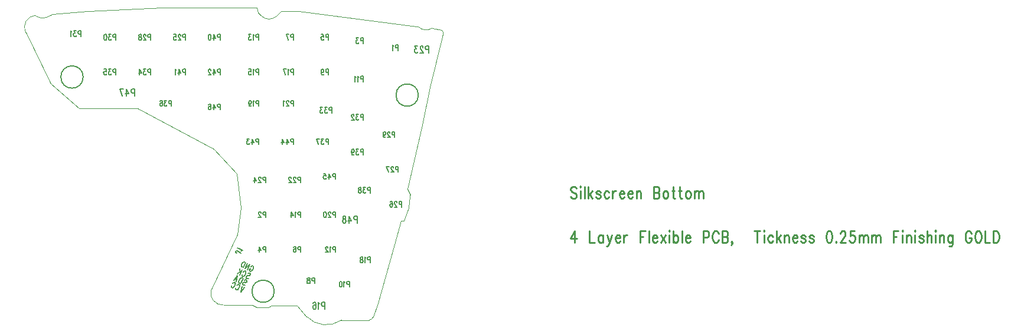
<source format=gbr>
*
*
G04 PADS 9.3 Build Number: 433611 generated Gerber (RS-274-X) file*
G04 PC Version=2.1*
*
%IN "MMSP_R.pcb"*%
*
%MOIN*%
*
%FSLAX35Y35*%
*
*
*
*
G04 PC Standard Apertures*
*
*
G04 Thermal Relief Aperture macro.*
%AMTER*
1,1,$1,0,0*
1,0,$1-$2,0,0*
21,0,$3,$4,0,0,45*
21,0,$3,$4,0,0,135*
%
*
*
G04 Annular Aperture macro.*
%AMANN*
1,1,$1,0,0*
1,0,$2,0,0*
%
*
*
G04 Odd Aperture macro.*
%AMODD*
1,1,$1,0,0*
1,0,$1-0.005,0,0*
%
*
*
G04 PC Custom Aperture Macros*
*
*
*
*
*
*
G04 PC Aperture Table*
*
%ADD010C,0.001*%
%ADD013C,0.01*%
%ADD014C,0.00591*%
%ADD015C,0.00787*%
%ADD042C,0.006*%
*
*
*
*
G04 PC Circuitry*
G04 Layer Name MMSP_R.pcb - circuitry*
%LPD*%
*
*
G04 PC Custom Flashes*
G04 Layer Name MMSP_R.pcb - flashes*
%LPD*%
*
*
G04 PC Circuitry*
G04 Layer Name MMSP_R.pcb - circuitry*
%LPD*%
*
G54D10*
G01X1084338Y879416D02*
G75*
G03X1091450Y870727I6795J-1694D01*
G01X1084337Y879411D02*
X1084469Y879661D01*
X1084449Y879640*
X1099338Y910590*
X1101338Y925590*
X1099000Y945000*
X1086000Y959000*
X1043000Y982000*
X1010098*
X994098Y996000*
X979772Y1024917*
X985282Y1034748D02*
G03X979774Y1024913I607J-6800D01*
G01X985288Y1034748D02*
X985335Y1034744D01*
X986024Y1034055*
X986021Y1034056D02*
G03X994094Y1034883I3373J6886D01*
G01X994091Y1034881D02*
X994565Y1035356D01*
X1015000Y1037000*
X1057000Y1039000*
X1110433*
G03X1113187Y1034052I5045J-433*
G01X1113191Y1034049D02*
G03X1121065I3937J4610D01*
G01X1121067Y1034051D02*
X1124016Y1037000D01*
X1134000*
X1200197Y1028298*
X1201353*
G03X1209173Y1027455I4431J4416*
G01X1209174D02*
X1209247Y1027530D01*
X1214758Y1026365*
X1215407Y1024033D02*
G03X1214757Y1026366I-2399J589D01*
G01X1215407Y1024032D02*
X1208068Y994095D01*
X1203663Y972687*
X1195353Y936537*
X1196877Y932972*
X1193429Y918301D02*
G03X1196877Y932946I-27976J14316D01*
G01X1193432Y918307D02*
X1191535D01*
X1188000Y905000*
X1178563Y871588*
X1175919Y863986*
X1173588Y862205D02*
G03X1175920Y863988I-330J2848D01*
G01X1173585Y862205D02*
X1158055D01*
X1138351Y864223D02*
G03X1158054Y862204I11040J10587D01*
G01X1138356Y864218D02*
X1132826Y870374D01*
X1118110*
X1116978Y869242*
X1110236*
X1107677Y870727*
X1091453*
G54D13*
X1290583Y936727D02*
X1290129Y937352D01*
X1289447Y937665*
X1288538*
X1287856Y937352*
X1287402Y936727*
Y936102*
X1287629Y935477*
X1287856Y935165*
X1288311Y934852*
X1289674Y934227*
X1290129Y933915*
X1290356Y933602*
X1290583Y932977*
Y932040*
X1290129Y931415*
X1289447Y931102*
X1288538*
X1287856Y931415*
X1287402Y932040*
X1292629Y937665D02*
X1292856Y937352D01*
X1293083Y937665*
X1292856Y937977*
X1292629Y937665*
X1292856Y935477D02*
Y931102D01*
X1295129Y937665D02*
Y931102D01*
X1297174Y937665D02*
Y931102D01*
X1299447Y935477D02*
X1297174Y932352D01*
X1298083Y933602D02*
X1299674Y931102D01*
X1304220Y934540D02*
X1303992Y935165D01*
X1303311Y935477*
X1302629*
X1301947Y935165*
X1301720Y934540*
X1301947Y933915*
X1302402Y933602*
X1303538Y933290*
X1303992Y932977*
X1304220Y932352*
Y932040*
X1303992Y931415*
X1303311Y931102*
X1302629*
X1301947Y931415*
X1301720Y932040*
X1308992Y934540D02*
X1308538Y935165D01*
X1308083Y935477*
X1307402*
X1306947Y935165*
X1306492Y934540*
X1306265Y933602*
Y932977*
X1306492Y932040*
X1306947Y931415*
X1307402Y931102*
X1308083*
X1308538Y931415*
X1308992Y932040*
X1311038Y935477D02*
Y931102D01*
Y933602D02*
X1311265Y934540D01*
X1311720Y935165*
X1312174Y935477*
X1312856*
X1314902Y933602D02*
X1317629D01*
Y934227*
X1317402Y934852*
X1317174Y935165*
X1316720Y935477*
X1316038*
X1315583Y935165*
X1315129Y934540*
X1314902Y933602*
Y932977*
X1315129Y932040*
X1315583Y931415*
X1316038Y931102*
X1316720*
X1317174Y931415*
X1317629Y932040*
X1319674Y933602D02*
X1322402D01*
Y934227*
X1322174Y934852*
X1321947Y935165*
X1321492Y935477*
X1320811*
X1320356Y935165*
X1319902Y934540*
X1319674Y933602*
Y932977*
X1319902Y932040*
X1320356Y931415*
X1320811Y931102*
X1321492*
X1321947Y931415*
X1322402Y932040*
X1324447Y935477D02*
Y931102D01*
Y934227D02*
X1325129Y935165D01*
X1325583Y935477*
X1326265*
X1326720Y935165*
X1326947Y934227*
Y931102*
X1334220Y937665D02*
Y931102D01*
Y937665D02*
X1336265D01*
X1336947Y937352*
X1337174Y937040*
X1337402Y936415*
Y935790*
X1337174Y935165*
X1336947Y934852*
X1336265Y934540*
X1334220D02*
X1336265D01*
X1336947Y934227*
X1337174Y933915*
X1337402Y933290*
Y932352*
X1337174Y931727*
X1336947Y931415*
X1336265Y931102*
X1334220*
X1340583Y935477D02*
X1340129Y935165D01*
X1339674Y934540*
X1339447Y933602*
Y932977*
X1339674Y932040*
X1340129Y931415*
X1340583Y931102*
X1341265*
X1341720Y931415*
X1342174Y932040*
X1342402Y932977*
Y933602*
X1342174Y934540*
X1341720Y935165*
X1341265Y935477*
X1340583*
X1345129Y937665D02*
Y932352D01*
X1345356Y931415*
X1345811Y931102*
X1346265*
X1344447Y935477D02*
X1346038D01*
X1348992Y937665D02*
Y932352D01*
X1349220Y931415*
X1349674Y931102*
X1350129*
X1348311Y935477D02*
X1349902D01*
X1353311D02*
X1352856Y935165D01*
X1352402Y934540*
X1352174Y933602*
Y932977*
X1352402Y932040*
X1352856Y931415*
X1353311Y931102*
X1353992*
X1354447Y931415*
X1354902Y932040*
X1355129Y932977*
Y933602*
X1354902Y934540*
X1354447Y935165*
X1353992Y935477*
X1353311*
X1357174D02*
Y931102D01*
Y934227D02*
X1357856Y935165D01*
X1358311Y935477*
X1358992*
X1359447Y935165*
X1359674Y934227*
Y931102*
Y934227D02*
X1360356Y935165D01*
X1360811Y935477*
X1361492*
X1361947Y935165*
X1362174Y934227*
Y931102*
X1289674Y912665D02*
X1287402Y908290D01*
X1290811*
X1289674Y912665D02*
Y906102D01*
X1298083Y912665D02*
Y906102D01*
X1300811*
X1305583Y910477D02*
Y906102D01*
Y909540D02*
X1305129Y910165D01*
X1304674Y910477*
X1303992*
X1303538Y910165*
X1303083Y909540*
X1302856Y908602*
Y907977*
X1303083Y907040*
X1303538Y906415*
X1303992Y906102*
X1304674*
X1305129Y906415*
X1305583Y907040*
X1307856Y910477D02*
X1309220Y906102D01*
X1310583Y910477D02*
X1309220Y906102D01*
X1308765Y904852*
X1308311Y904227*
X1307856Y903915*
X1307629*
X1312629Y908602D02*
X1315356D01*
Y909227*
X1315129Y909852*
X1314902Y910165*
X1314447Y910477*
X1313765*
X1313311Y910165*
X1312856Y909540*
X1312629Y908602*
Y907977*
X1312856Y907040*
X1313311Y906415*
X1313765Y906102*
X1314447*
X1314902Y906415*
X1315356Y907040*
X1317402Y910477D02*
Y906102D01*
Y908602D02*
X1317629Y909540D01*
X1318083Y910165*
X1318538Y910477*
X1319220*
X1326492Y912665D02*
Y906102D01*
Y912665D02*
X1329447D01*
X1326492Y909540D02*
X1328311D01*
X1331492Y912665D02*
Y906102D01*
X1333538Y908602D02*
X1336265D01*
Y909227*
X1336038Y909852*
X1335811Y910165*
X1335356Y910477*
X1334674*
X1334220Y910165*
X1333765Y909540*
X1333538Y908602*
Y907977*
X1333765Y907040*
X1334220Y906415*
X1334674Y906102*
X1335356*
X1335811Y906415*
X1336265Y907040*
X1338311Y910477D02*
X1340811Y906102D01*
Y910477D02*
X1338311Y906102D01*
X1342856Y912665D02*
X1343083Y912352D01*
X1343311Y912665*
X1343083Y912977*
X1342856Y912665*
X1343083Y910477D02*
Y906102D01*
X1345356Y912665D02*
Y906102D01*
Y909540D02*
X1345811Y910165D01*
X1346265Y910477*
X1346947*
X1347402Y910165*
X1347856Y909540*
X1348083Y908602*
Y907977*
X1347856Y907040*
X1347402Y906415*
X1346947Y906102*
X1346265*
X1345811Y906415*
X1345356Y907040*
X1350129Y912665D02*
Y906102D01*
X1352174Y908602D02*
X1354902D01*
Y909227*
X1354674Y909852*
X1354447Y910165*
X1353992Y910477*
X1353311*
X1352856Y910165*
X1352402Y909540*
X1352174Y908602*
Y907977*
X1352402Y907040*
X1352856Y906415*
X1353311Y906102*
X1353992*
X1354447Y906415*
X1354902Y907040*
X1362174Y912665D02*
Y906102D01*
Y912665D02*
X1364220D01*
X1364902Y912352*
X1365129Y912040*
X1365356Y911415*
Y910477*
X1365129Y909852*
X1364902Y909540*
X1364220Y909227*
X1362174*
X1370811Y911102D02*
X1370583Y911727D01*
X1370129Y912352*
X1369674Y912665*
X1368765*
X1368311Y912352*
X1367856Y911727*
X1367629Y911102*
X1367402Y910165*
Y908602*
X1367629Y907665*
X1367856Y907040*
X1368311Y906415*
X1368765Y906102*
X1369674*
X1370129Y906415*
X1370583Y907040*
X1370811Y907665*
X1372856Y912665D02*
Y906102D01*
Y912665D02*
X1374902D01*
X1375583Y912352*
X1375811Y912040*
X1376038Y911415*
Y910790*
X1375811Y910165*
X1375583Y909852*
X1374902Y909540*
X1372856D02*
X1374902D01*
X1375583Y909227*
X1375811Y908915*
X1376038Y908290*
Y907352*
X1375811Y906727*
X1375583Y906415*
X1374902Y906102*
X1372856*
X1378538Y906415D02*
X1378311Y906102D01*
X1378083Y906415*
X1378311Y906727*
X1378538Y906415*
Y905790*
X1378311Y905165*
X1378083Y904852*
X1392629Y912665D02*
Y906102D01*
X1391038Y912665D02*
X1394220D01*
X1396265D02*
X1396492Y912352D01*
X1396720Y912665*
X1396492Y912977*
X1396265Y912665*
X1396492Y910477D02*
Y906102D01*
X1401492Y909540D02*
X1401038Y910165D01*
X1400583Y910477*
X1399902*
X1399447Y910165*
X1398992Y909540*
X1398765Y908602*
Y907977*
X1398992Y907040*
X1399447Y906415*
X1399902Y906102*
X1400583*
X1401038Y906415*
X1401492Y907040*
X1403538Y912665D02*
Y906102D01*
X1405811Y910477D02*
X1403538Y907352D01*
X1404447Y908602D02*
X1406038Y906102D01*
X1408083Y910477D02*
Y906102D01*
Y909227D02*
X1408765Y910165D01*
X1409220Y910477*
X1409902*
X1410356Y910165*
X1410583Y909227*
Y906102*
X1412629Y908602D02*
X1415356D01*
Y909227*
X1415129Y909852*
X1414902Y910165*
X1414447Y910477*
X1413765*
X1413311Y910165*
X1412856Y909540*
X1412629Y908602*
Y907977*
X1412856Y907040*
X1413311Y906415*
X1413765Y906102*
X1414447*
X1414902Y906415*
X1415356Y907040*
X1419902Y909540D02*
X1419674Y910165D01*
X1418992Y910477*
X1418311*
X1417629Y910165*
X1417402Y909540*
X1417629Y908915*
X1418083Y908602*
X1419220Y908290*
X1419674Y907977*
X1419902Y907352*
Y907040*
X1419674Y906415*
X1418992Y906102*
X1418311*
X1417629Y906415*
X1417402Y907040*
X1424447Y909540D02*
X1424220Y910165D01*
X1423538Y910477*
X1422856*
X1422174Y910165*
X1421947Y909540*
X1422174Y908915*
X1422629Y908602*
X1423765Y908290*
X1424220Y907977*
X1424447Y907352*
Y907040*
X1424220Y906415*
X1423538Y906102*
X1422856*
X1422174Y906415*
X1421947Y907040*
X1433083Y912665D02*
X1432402Y912352D01*
X1431947Y911415*
X1431720Y909852*
Y908915*
X1431947Y907352*
X1432402Y906415*
X1433083Y906102*
X1433538*
X1434220Y906415*
X1434674Y907352*
X1434902Y908915*
Y909852*
X1434674Y911415*
X1434220Y912352*
X1433538Y912665*
X1433083*
X1437174Y906727D02*
X1436947Y906415D01*
X1437174Y906102*
X1437402Y906415*
X1437174Y906727*
X1439674Y911102D02*
Y911415D01*
X1439902Y912040*
X1440129Y912352*
X1440583Y912665*
X1441492*
X1441947Y912352*
X1442174Y912040*
X1442402Y911415*
Y910790*
X1442174Y910165*
X1441720Y909227*
X1439447Y906102*
X1442629*
X1447629Y912665D02*
X1445356D01*
X1445129Y909852*
X1445356Y910165*
X1446038Y910477*
X1446720*
X1447402Y910165*
X1447856Y909540*
X1448083Y908602*
X1447856Y907977*
X1447629Y907040*
X1447174Y906415*
X1446492Y906102*
X1445811*
X1445129Y906415*
X1444902Y906727*
X1444674Y907352*
X1450129Y910477D02*
Y906102D01*
Y909227D02*
X1450811Y910165D01*
X1451265Y910477*
X1451947*
X1452402Y910165*
X1452629Y909227*
Y906102*
Y909227D02*
X1453311Y910165D01*
X1453765Y910477*
X1454447*
X1454902Y910165*
X1455129Y909227*
Y906102*
X1457174Y910477D02*
Y906102D01*
Y909227D02*
X1457856Y910165D01*
X1458311Y910477*
X1458992*
X1459447Y910165*
X1459674Y909227*
Y906102*
Y909227D02*
X1460356Y910165D01*
X1460811Y910477*
X1461492*
X1461947Y910165*
X1462174Y909227*
Y906102*
X1469447Y912665D02*
Y906102D01*
Y912665D02*
X1472402D01*
X1469447Y909540D02*
X1471265D01*
X1474447Y912665D02*
X1474674Y912352D01*
X1474902Y912665*
X1474674Y912977*
X1474447Y912665*
X1474674Y910477D02*
Y906102D01*
X1476947Y910477D02*
Y906102D01*
Y909227D02*
X1477629Y910165D01*
X1478083Y910477*
X1478765*
X1479220Y910165*
X1479447Y909227*
Y906102*
X1481492Y912665D02*
X1481720Y912352D01*
X1481947Y912665*
X1481720Y912977*
X1481492Y912665*
X1481720Y910477D02*
Y906102D01*
X1486492Y909540D02*
X1486265Y910165D01*
X1485583Y910477*
X1484902*
X1484220Y910165*
X1483992Y909540*
X1484220Y908915*
X1484674Y908602*
X1485811Y908290*
X1486265Y907977*
X1486492Y907352*
Y907040*
X1486265Y906415*
X1485583Y906102*
X1484902*
X1484220Y906415*
X1483992Y907040*
X1488538Y912665D02*
Y906102D01*
Y909227D02*
X1489220Y910165D01*
X1489674Y910477*
X1490356*
X1490811Y910165*
X1491038Y909227*
Y906102*
X1493083Y912665D02*
X1493311Y912352D01*
X1493538Y912665*
X1493311Y912977*
X1493083Y912665*
X1493311Y910477D02*
Y906102D01*
X1495583Y910477D02*
Y906102D01*
Y909227D02*
X1496265Y910165D01*
X1496720Y910477*
X1497402*
X1497856Y910165*
X1498083Y909227*
Y906102*
X1502856Y910477D02*
Y905477D01*
X1502629Y904540*
X1502402Y904227*
X1501947Y903915*
X1501265*
X1500811Y904227*
X1502856Y909540D02*
X1502402Y910165D01*
X1501947Y910477*
X1501265*
X1500811Y910165*
X1500356Y909540*
X1500129Y908602*
Y907977*
X1500356Y907040*
X1500811Y906415*
X1501265Y906102*
X1501947*
X1502402Y906415*
X1502856Y907040*
X1513538Y911102D02*
X1513311Y911727D01*
X1512856Y912352*
X1512402Y912665*
X1511492*
X1511038Y912352*
X1510583Y911727*
X1510356Y911102*
X1510129Y910165*
Y908602*
X1510356Y907665*
X1510583Y907040*
X1511038Y906415*
X1511492Y906102*
X1512402*
X1512856Y906415*
X1513311Y907040*
X1513538Y907665*
Y908602*
X1512402D02*
X1513538D01*
X1516947Y912665D02*
X1516492Y912352D01*
X1516038Y911727*
X1515811Y911102*
X1515583Y910165*
Y908602*
X1515811Y907665*
X1516038Y907040*
X1516492Y906415*
X1516947Y906102*
X1517856*
X1518311Y906415*
X1518765Y907040*
X1518992Y907665*
X1519220Y908602*
Y910165*
X1518992Y911102*
X1518765Y911727*
X1518311Y912352*
X1517856Y912665*
X1516947*
X1521265D02*
Y906102D01*
X1523992*
X1526038Y912665D02*
Y906102D01*
Y912665D02*
X1527629D01*
X1528311Y912352*
X1528765Y911727*
X1528992Y911102*
X1529220Y910165*
Y908602*
X1528992Y907665*
X1528765Y907040*
X1528311Y906415*
X1527629Y906102*
X1526038*
G54D14*
X1190039Y1018024D02*
Y1014794D01*
Y1018024D02*
X1189033D01*
X1188697Y1017870*
X1188585Y1017716*
X1188474Y1017409*
Y1016947*
X1188585Y1016640*
X1188697Y1016486*
X1189033Y1016332*
X1190039*
X1187467Y1017409D02*
X1187243Y1017562D01*
X1186908Y1018024*
Y1014794*
X1142795Y886134D02*
Y882904D01*
Y886134D02*
X1141789D01*
X1141453Y885980*
X1141341Y885826*
X1141229Y885519*
Y885057*
X1141341Y884750*
X1141453Y884596*
X1141789Y884442*
X1142795*
X1139664Y886134D02*
X1139999Y885980D01*
X1140111Y885673*
Y885365*
X1139999Y885057*
X1139775Y884904*
X1139328Y884750*
X1138992Y884596*
X1138769Y884289*
X1138657Y883981*
Y883520*
X1138769Y883212*
X1138881Y883058*
X1139216Y882904*
X1139664*
X1139999Y883058*
X1140111Y883212*
X1140223Y883520*
Y883981*
X1140111Y884289*
X1139887Y884596*
X1139552Y884750*
X1139104Y884904*
X1138881Y885057*
X1138769Y885365*
Y885673*
X1138881Y885980*
X1139216Y886134*
X1139664*
X1170354Y1000307D02*
Y997078D01*
Y1000307D02*
X1169348D01*
X1169012Y1000153*
X1168900Y1000000*
X1168788Y999692*
Y999231*
X1168900Y998923*
X1169012Y998769*
X1169348Y998616*
X1170354*
X1167782Y999692D02*
X1167558Y999846D01*
X1167223Y1000307*
Y997078*
X1166216Y999692D02*
X1165992Y999846D01*
X1165657Y1000307*
Y997078*
X1154606Y903851D02*
Y900621D01*
Y903851D02*
X1153600D01*
X1153264Y903697*
X1153152Y903543*
X1153040Y903235*
Y902774*
X1153152Y902466*
X1153264Y902313*
X1153600Y902159*
X1154606*
X1152034Y903235D02*
X1151810Y903389D01*
X1151475Y903851*
Y900621*
X1150356Y903082D02*
Y903235D01*
X1150244Y903543*
X1150132Y903697*
X1149909Y903851*
X1149461*
X1149238Y903697*
X1149126Y903543*
X1149014Y903235*
Y902928*
X1149126Y902620*
X1149349Y902159*
X1149349D02*
X1150468Y900621D01*
X1148902*
X1111299Y1023929D02*
Y1020700D01*
Y1023929D02*
X1110293D01*
X1109957Y1023775*
X1109845Y1023622*
X1109733Y1023314*
Y1022853*
X1109845Y1022545*
X1109957Y1022391*
X1110293Y1022238*
X1111299*
X1108727Y1023314D02*
X1108503Y1023468D01*
X1108168Y1023929*
X1108168D02*
Y1020700D01*
X1106937Y1023929D02*
X1105707D01*
X1106378Y1022699*
X1106042*
X1105819Y1022545*
X1105707Y1022391*
X1105595Y1021930*
Y1021622*
X1105707Y1021161*
X1105931Y1020853*
X1106266Y1020700*
X1106602*
X1106937Y1020853*
X1107049Y1021007*
X1107161Y1021315*
X1134921Y923536D02*
Y920306D01*
Y923536D02*
X1133915D01*
X1133579Y923382*
X1133467Y923228*
X1133355Y922920*
Y922459*
X1133467Y922151*
X1133579Y921998*
X1133915Y921844*
X1134921*
X1132349Y922920D02*
X1132125Y923074D01*
X1131790Y923536*
Y920306*
X1129664Y923536D02*
X1130783Y921383D01*
X1129105*
X1129664Y923536D02*
Y920306D01*
X1111299Y1004244D02*
Y1001015D01*
Y1004244D02*
X1110293D01*
X1109957Y1004090*
X1109845Y1003937*
X1109733Y1003629*
Y1003168*
X1109845Y1002860*
X1109957Y1002706*
X1110293Y1002553*
X1111299*
X1108727Y1003629D02*
X1108503Y1003783D01*
X1108168Y1004244*
X1108168D02*
Y1001015D01*
X1105707Y1004244D02*
X1106825D01*
X1106937Y1002860*
X1106825Y1003014*
X1106490Y1003168*
X1106154*
X1105819Y1003014*
X1105595Y1002706*
X1105483Y1002245*
X1105595Y1001937*
X1105707Y1001476*
X1105931Y1001168*
X1106266Y1001015*
X1106602*
X1106937Y1001168*
X1107049Y1001322*
X1107161Y1001630*
X1174291Y897945D02*
Y894715D01*
Y897945D02*
X1173285D01*
X1172949Y897791*
X1172837Y897637*
X1172725Y897330*
Y896868*
X1172837Y896561*
X1172949Y896407*
X1173285Y896253*
X1174291*
X1171719Y897330D02*
X1171495Y897484D01*
X1171160Y897945*
Y894715*
X1169594Y897945D02*
X1169929Y897791D01*
X1170041Y897484*
Y897176*
X1169929Y896868*
X1169706Y896715*
X1169258Y896561*
X1168923Y896407*
X1168699Y896100*
X1168587Y895792*
Y895331*
X1168699Y895023*
X1168811Y894869*
X1169146Y894715*
X1169594*
X1169929Y894869*
X1170041Y895023*
X1170153Y895331*
Y895792*
X1170041Y896100*
X1169817Y896407*
X1169482Y896561*
X1169035Y896715*
X1168811Y896868*
X1168699Y897176*
Y897484*
X1168811Y897791*
X1169146Y897945*
X1169594*
X1130984Y1004244D02*
Y1001015D01*
Y1004244D02*
X1129978D01*
X1129642Y1004090*
X1129530Y1003937*
X1129418Y1003629*
Y1003168*
X1129530Y1002860*
X1129642Y1002706*
X1129978Y1002553*
X1130984*
X1128412Y1003629D02*
X1128188Y1003783D01*
X1127853Y1004244*
Y1001015*
X1125280Y1004244D02*
X1126399Y1001015D01*
X1126846Y1004244D02*
X1125280D01*
X1154606Y923536D02*
Y920306D01*
Y923536D02*
X1153600D01*
X1153264Y923382*
X1153152Y923228*
X1153040Y922920*
Y922459*
X1153152Y922151*
X1153264Y921998*
X1153600Y921844*
X1154606*
X1151922Y922767D02*
Y922920D01*
X1151810Y923228*
X1151698Y923382*
X1151475Y923536*
X1151027*
X1150804Y923382*
X1150692Y923228*
X1150580Y922920*
Y922613*
X1150692Y922305*
X1150915Y921844*
X1152034Y920306*
X1150468*
X1148790Y923536D02*
X1149126Y923382D01*
X1149349Y922920*
X1149349D02*
X1149461Y922151D01*
Y921690*
X1149349Y920921*
X1149349D02*
X1149126Y920460D01*
X1148790Y920306*
X1148567*
X1148231Y920460*
X1148007Y920921*
X1147895Y921690*
Y922151*
X1148007Y922920*
X1148231Y923382*
X1148567Y923536*
X1148790*
X1111299Y986528D02*
Y983298D01*
Y986528D02*
X1110293D01*
X1109957Y986374*
X1109845Y986220*
X1109733Y985913*
Y985451*
X1109845Y985144*
X1109957Y984990*
X1110293Y984836*
X1111299*
X1108727Y985913D02*
X1108503Y986066D01*
X1108168Y986528*
X1108168D02*
Y983298D01*
X1105707Y985451D02*
X1105819Y984990D01*
X1106042Y984682*
X1106378Y984528*
X1106490*
X1106825Y984682*
X1107049Y984990*
X1107161Y985451*
Y985605*
X1107049Y986066*
X1106825Y986374*
X1106490Y986528*
X1106378*
X1106042Y986374*
X1105819Y986066*
X1105707Y985451*
Y984682*
X1105819Y983913*
X1106042Y983452*
X1106378Y983298*
X1106602*
X1106937Y983452*
X1107049Y983759*
X1115236Y923536D02*
Y920306D01*
Y923536D02*
X1114230D01*
X1113894Y923382*
X1113782Y923228*
X1113670Y922920*
Y922459*
X1113782Y922151*
X1113894Y921998*
X1114230Y921844*
X1115236*
X1112552Y922767D02*
Y922920D01*
X1112440Y923228*
X1112328Y923382*
X1112105Y923536*
X1111657*
X1111433Y923382*
X1111322Y923228*
X1111210Y922920*
Y922613*
X1111322Y922305*
X1111545Y921844*
X1112664Y920306*
X1111098*
X1134921Y943221D02*
Y939991D01*
Y943221D02*
X1133915D01*
X1133579Y943067*
X1133467Y942913*
X1133355Y942605*
Y942144*
X1133467Y941836*
X1133579Y941683*
X1133915Y941529*
X1134921*
X1132237Y942452D02*
Y942605D01*
X1132125Y942913*
X1132013Y943067*
X1131790Y943221*
X1131342*
X1131118Y943067*
X1131007Y942913*
X1130895Y942605*
Y942298*
X1131007Y941990*
X1131230Y941529*
X1132349Y939991*
X1130783*
X1129664Y942452D02*
Y942605D01*
X1129553Y942913*
X1129441Y943067*
X1129217Y943221*
X1128770*
X1128546Y943067*
X1128434Y942913*
X1128322Y942605*
Y942298*
X1128434Y941990*
X1128658Y941529*
X1129776Y939991*
X1128210*
X1130984Y986528D02*
Y983298D01*
Y986528D02*
X1129978D01*
X1129642Y986374*
X1129530Y986220*
X1129418Y985913*
Y985451*
X1129530Y985144*
X1129642Y984990*
X1129978Y984836*
X1130984*
X1128300Y985759D02*
Y985913D01*
X1128188Y986220*
X1128076Y986374*
X1127853Y986528*
X1127405*
X1127181Y986374*
X1127070Y986220*
X1126958Y985913*
Y985605*
X1127070Y985297*
X1127293Y984836*
X1128412Y983298*
X1126846*
X1125839Y985913D02*
X1125616Y986066D01*
X1125280Y986528*
Y983298*
X1115236Y943221D02*
Y939991D01*
Y943221D02*
X1114230D01*
X1113894Y943067*
X1113782Y942913*
X1113670Y942605*
Y942144*
X1113782Y941836*
X1113894Y941683*
X1114230Y941529*
X1115236*
X1112552Y942452D02*
Y942605D01*
X1112440Y942913*
X1112328Y943067*
X1112105Y943221*
X1111657*
X1111433Y943067*
X1111322Y942913*
X1111210Y942605*
Y942298*
X1111322Y941990*
X1111545Y941529*
X1112664Y939991*
X1111098*
X1108973Y943221D02*
X1110091Y941068D01*
X1108414*
X1108973Y943221D02*
Y939991D01*
X1069961Y1023929D02*
Y1020700D01*
Y1023929D02*
X1068954D01*
X1068618Y1023775*
X1068507Y1023622*
X1068395Y1023314*
Y1022853*
X1068507Y1022545*
X1068618Y1022391*
X1068954Y1022238*
X1069961*
X1067276Y1023160D02*
Y1023314D01*
X1067164Y1023622*
X1067053Y1023775*
X1066829Y1023929*
X1066382*
X1066158Y1023775*
X1066046Y1023622*
X1065934Y1023314*
Y1023007*
X1066046Y1022699*
X1066270Y1022238*
X1067388Y1020700*
X1065822*
X1063362Y1023929D02*
X1064480D01*
X1064592Y1022545*
X1064480Y1022699*
X1064145Y1022853*
X1063809*
X1063474Y1022699*
X1063250Y1022391*
X1063138Y1021930*
X1063250Y1021622*
X1063362Y1021161*
X1063585Y1020853*
X1063921Y1020700*
X1064256*
X1064592Y1020853*
X1064704Y1021007*
X1064816Y1021315*
X1192008Y929441D02*
Y926211D01*
Y929441D02*
X1191001D01*
X1190666Y929287*
X1190554Y929133*
X1190442Y928826*
Y928365*
X1190554Y928057*
X1190666Y927903*
X1191001Y927749*
X1192008*
X1189324Y928672D02*
Y928826D01*
X1189212Y929133*
X1189100Y929287*
X1188876Y929441*
X1188429*
X1188205Y929287*
X1188093Y929133*
X1187981Y928826*
Y928518*
X1188093Y928211*
X1188317Y927749*
X1189435Y926211*
X1187870*
X1185521Y928980D02*
X1185633Y929287D01*
X1185968Y929441*
X1186192*
X1186527Y929287*
X1186751Y928826*
X1186863Y928057*
Y927288*
X1186751Y926673*
X1186527Y926365*
X1186192Y926211*
X1186080*
X1185744Y926365*
X1185521Y926673*
X1185409Y927134*
Y927288*
X1185521Y927749*
X1185744Y928057*
X1186080Y928211*
X1186192*
X1186527Y928057*
X1186751Y927749*
X1186863Y927288*
X1190039Y949126D02*
Y945897D01*
Y949126D02*
X1189033D01*
X1188697Y948972*
X1188585Y948819*
X1188474Y948511*
Y948050*
X1188585Y947742*
X1188697Y947588*
X1189033Y947434*
X1190039*
X1187355Y948357D02*
Y948511D01*
X1187243Y948819*
X1187131Y948972*
X1186908Y949126*
X1186460*
X1186237Y948972*
X1186125Y948819*
X1186013Y948511*
Y948203*
X1186125Y947896*
X1186348Y947434*
X1187467Y945897*
X1185901*
X1183329Y949126D02*
X1184447Y945897D01*
X1184894Y949126D02*
X1183329D01*
X1050276Y1023929D02*
Y1020700D01*
Y1023929D02*
X1049269D01*
X1048933Y1023775*
X1048822Y1023622*
X1048710Y1023314*
Y1022853*
X1048822Y1022545*
X1048933Y1022391*
X1049269Y1022238*
X1050276*
X1047591Y1023160D02*
Y1023314D01*
X1047479Y1023622*
X1047368Y1023775*
X1047144Y1023929*
X1046696*
X1046473Y1023775*
X1046361Y1023622*
X1046249Y1023314*
Y1023007*
X1046361Y1022699*
X1046585Y1022238*
X1047703Y1020700*
X1046137*
X1044571Y1023929D02*
X1044907Y1023775D01*
X1045019Y1023468*
Y1023160*
X1044907Y1022853*
X1044683Y1022699*
X1044236Y1022545*
X1043900Y1022391*
X1043677Y1022084*
X1043565Y1021776*
Y1021315*
X1043677Y1021007*
X1043788Y1020853*
X1044124Y1020700*
X1044571*
X1044907Y1020853*
X1045019Y1021007*
X1045131Y1021315*
Y1021776*
X1045019Y1022084*
X1044795Y1022391*
X1044460Y1022545*
X1044012Y1022699*
X1043788Y1022853*
X1043677Y1023160*
Y1023468*
X1043788Y1023775*
X1044124Y1023929*
X1044571*
X1188071Y968811D02*
Y965582D01*
Y968811D02*
X1187064D01*
X1186729Y968657*
X1186617Y968504*
X1186505Y968196*
Y967735*
X1186617Y967427*
X1186729Y967273*
X1187064Y967119*
X1188071*
X1185387Y968042D02*
Y968196D01*
X1185275Y968504*
X1185163Y968657*
X1184939Y968811*
X1184492*
X1184268Y968657*
X1184156Y968504*
X1184044Y968196*
Y967888*
X1184156Y967581*
X1184380Y967119*
X1185498Y965582*
X1183933*
X1181472Y967735D02*
X1181584Y967273D01*
X1181807Y966966*
X1182143Y966812*
X1182255*
X1182590Y966966*
X1182814Y967273*
X1182926Y967735*
Y967888*
X1182814Y968350*
X1182590Y968657*
X1182255Y968811*
X1182143*
X1181807Y968657*
X1181584Y968350*
X1181472Y967735*
Y966966*
X1181584Y966197*
X1181807Y965735*
X1182143Y965582*
X1182367*
X1182702Y965735*
X1182814Y966043*
X1170354Y1021961D02*
Y1018731D01*
Y1021961D02*
X1169348D01*
X1169012Y1021807*
X1168900Y1021653*
X1168788Y1021346*
Y1020884*
X1168900Y1020577*
X1169012Y1020423*
X1169348Y1020269*
X1170354*
X1167558Y1021961D02*
X1166328D01*
X1166999Y1020730*
X1166663*
X1166440Y1020577*
X1166328Y1020423*
X1166216Y1019961*
Y1019654*
X1166328Y1019193*
X1166552Y1018885*
X1166887Y1018731*
X1167223*
X1167558Y1018885*
X1167670Y1019039*
X1167782Y1019346*
X1030591Y1023929D02*
Y1020700D01*
Y1023929D02*
X1029584D01*
X1029248Y1023775*
X1029137Y1023622*
X1029025Y1023314*
Y1022853*
X1029137Y1022545*
X1029248Y1022391*
X1029584Y1022238*
X1030591*
X1027794Y1023929D02*
X1026564D01*
X1027235Y1022699*
X1026900*
X1026676Y1022545*
X1026564Y1022391*
X1026452Y1021930*
Y1021622*
X1026564Y1021161*
X1026788Y1020853*
X1027123Y1020700*
X1027459*
X1027794Y1020853*
X1027906Y1021007*
X1028018Y1021315*
X1024775Y1023929D02*
X1025110Y1023775D01*
X1025334Y1023314*
X1025446Y1022545*
Y1022084*
X1025334Y1021315*
X1025110Y1020853*
X1024775Y1020700*
X1024551*
X1024215Y1020853*
X1023992Y1021315*
X1023880Y1022084*
Y1022545*
X1023992Y1023314*
X1024215Y1023775*
X1024551Y1023929*
X1024775*
X1010906Y1025898D02*
Y1022668D01*
Y1025898D02*
X1009899D01*
X1009563Y1025744*
X1009452Y1025590*
X1009340Y1025283*
Y1024821*
X1009452Y1024514*
X1009563Y1024360*
X1009899Y1024206*
X1010906*
X1008109Y1025898D02*
X1006879D01*
X1007550Y1024667*
X1007215*
X1006991Y1024514*
X1006879Y1024360*
X1006767Y1023898*
X1006767D02*
Y1023591D01*
X1006879Y1023130*
X1007103Y1022822*
X1007438Y1022668*
X1007774*
X1008109Y1022822*
X1008221Y1022976*
X1008333Y1023283*
X1005761Y1025283D02*
X1005537Y1025436D01*
X1005201Y1025898*
Y1022668*
X1170354Y978654D02*
Y975424D01*
Y978654D02*
X1169348D01*
X1169012Y978500*
X1168900Y978346*
X1168788Y978039*
Y977577*
X1168900Y977270*
X1169012Y977116*
X1169348Y976962*
X1170354*
X1167558Y978654D02*
X1166328D01*
X1166999Y977423*
X1166663*
X1166440Y977270*
X1166328Y977116*
X1166216Y976654*
Y976347*
X1166328Y975885*
X1166552Y975578*
X1166887Y975424*
X1167223*
X1167558Y975578*
X1167670Y975732*
X1167782Y976039*
X1165098Y977885D02*
Y978039D01*
X1164986Y978346*
X1164874Y978500*
X1164650Y978654*
X1164203*
X1163979Y978500*
X1163867Y978346*
X1163755Y978039*
Y977731*
X1163867Y977423*
X1164091Y976962*
X1165209Y975424*
X1163644*
X1152638Y982591D02*
Y979361D01*
Y982591D02*
X1151631D01*
X1151296Y982437*
X1151184Y982283*
X1151072Y981976*
Y981514*
X1151184Y981207*
X1151296Y981053*
X1151631Y980899*
X1152638*
X1149842Y982591D02*
X1148611D01*
X1149282Y981360*
X1148947*
X1148723Y981207*
X1148611Y981053*
X1148499Y980591*
Y980284*
X1148611Y979822*
X1148835Y979515*
X1149171Y979361*
X1149506*
X1149842Y979515*
X1149953Y979669*
X1150065Y979976*
X1147269Y982591D02*
X1146039D01*
X1146710Y981360*
X1146374*
X1146151Y981207*
X1146039Y981053*
X1145927Y980591*
Y980284*
X1146039Y979822*
X1146263Y979515*
X1146598Y979361*
X1146934*
X1147269Y979515*
X1147381Y979669*
X1147493Y979976*
X1050276Y1004244D02*
Y1001015D01*
Y1004244D02*
X1049269D01*
X1048933Y1004090*
X1048822Y1003937*
X1048710Y1003629*
Y1003168*
X1048822Y1002860*
X1048933Y1002706*
X1049269Y1002553*
X1050276*
X1047479Y1004244D02*
X1046249D01*
X1046920Y1003014*
X1046585*
X1046361Y1002860*
X1046249Y1002706*
X1046137Y1002245*
Y1001937*
X1046249Y1001476*
X1046473Y1001168*
X1046808Y1001015*
X1047144*
X1047479Y1001168*
X1047591Y1001322*
X1047703Y1001630*
X1044012Y1004244D02*
X1045131Y1002091D01*
X1043453*
X1044012Y1004244D02*
Y1001015D01*
X1030591Y1004244D02*
Y1001015D01*
Y1004244D02*
X1029584D01*
X1029248Y1004090*
X1029137Y1003937*
X1029025Y1003629*
Y1003168*
X1029137Y1002860*
X1029248Y1002706*
X1029584Y1002553*
X1030591*
X1027794Y1004244D02*
X1026564D01*
X1027235Y1003014*
X1026900*
X1026676Y1002860*
X1026564Y1002706*
X1026452Y1002245*
Y1001937*
X1026564Y1001476*
X1026788Y1001168*
X1027123Y1001015*
X1027459*
X1027794Y1001168*
X1027906Y1001322*
X1028018Y1001630*
X1023992Y1004244D02*
X1025110D01*
X1025222Y1002860*
X1025110Y1003014*
X1024775Y1003168*
X1024439*
X1024103Y1003014*
X1023880Y1002706*
X1023768Y1002245*
X1023880Y1001937*
X1023992Y1001476*
X1024215Y1001168*
X1024551Y1001015*
X1024886*
X1025222Y1001168*
X1025334Y1001322*
X1025446Y1001630*
X1062087Y986528D02*
Y983298D01*
Y986528D02*
X1061080D01*
X1060744Y986374*
X1060633Y986220*
X1060521Y985913*
Y985451*
X1060633Y985144*
X1060744Y984990*
X1061080Y984836*
X1062087*
X1059290Y986528D02*
X1058060D01*
X1058731Y985297*
X1058396*
X1058172Y985144*
X1058060Y984990*
X1057948Y984528*
Y984221*
X1058060Y983759*
X1058284Y983452*
X1058619Y983298*
X1058955*
X1059290Y983452*
X1059402Y983606*
X1059514Y983913*
X1055599Y986066D02*
X1055711Y986374D01*
X1056047Y986528*
X1056271*
X1056606Y986374*
X1056830Y985913*
X1056942Y985144*
Y984375*
X1056830Y983759*
X1056606Y983452*
X1056271Y983298*
X1056159*
X1055823Y983452*
X1055599Y983759*
X1055599D02*
X1055488Y984221D01*
Y984375*
X1055599Y984836*
X1055599D02*
X1055823Y985144D01*
X1056159Y985297*
X1056271*
X1056606Y985144*
X1056830Y984836*
X1056942Y984375*
X1150669Y964874D02*
Y961645D01*
Y964874D02*
X1149663D01*
X1149327Y964720*
X1149215Y964567*
X1149103Y964259*
Y963798*
X1149215Y963490*
X1149327Y963336*
X1149663Y963182*
X1150669*
X1147873Y964874D02*
X1146643D01*
X1147314Y963644*
X1146978*
X1146755Y963490*
X1146643Y963336*
X1146531Y962875*
Y962567*
X1146643Y962106*
X1146866Y961798*
X1146866D02*
X1147202Y961645D01*
X1147538*
X1147873Y961798*
X1147985Y961952*
X1148097Y962260*
X1143958Y964874D02*
X1145077Y961645D01*
X1145524Y964874D02*
X1143958D01*
X1174291Y937315D02*
Y934086D01*
Y937315D02*
X1173285D01*
X1172949Y937161*
X1172837Y937008*
X1172725Y936700*
Y936239*
X1172837Y935931*
X1172949Y935777*
X1173285Y935623*
X1174291*
X1171495Y937315D02*
X1170265D01*
X1170936Y936085*
X1170600*
X1170377Y935931*
X1170265Y935777*
X1170153Y935316*
Y935008*
X1170265Y934547*
X1170489Y934239*
X1170824Y934086*
X1171160*
X1171495Y934239*
X1171607Y934393*
X1171719Y934701*
X1168587Y937315D02*
X1168923Y937161D01*
X1169035Y936854*
Y936546*
X1168923Y936239*
X1168699Y936085*
X1168252Y935931*
X1167916Y935777*
X1167692Y935470*
X1167581Y935162*
Y934701*
X1167692Y934393*
X1167804Y934239*
X1168140Y934086*
X1168587*
X1168923Y934239*
X1169035Y934393*
X1169146Y934701*
Y935162*
X1169035Y935470*
X1168811Y935777*
X1168475Y935931*
X1168028Y936085*
X1167804Y936239*
X1167692Y936546*
Y936854*
X1167804Y937161*
X1168140Y937315*
X1168587*
X1170354Y958969D02*
Y955739D01*
Y958969D02*
X1169348D01*
X1169012Y958815*
X1168900Y958661*
X1168788Y958353*
Y957892*
X1168900Y957585*
X1169012Y957431*
X1169348Y957277*
X1170354*
X1167558Y958969D02*
X1166328D01*
X1166999Y957738*
X1166663*
X1166440Y957585*
X1166328Y957431*
X1166216Y956969*
Y956662*
X1166328Y956200*
X1166552Y955893*
X1166887Y955739*
X1167223*
X1167558Y955893*
X1167670Y956047*
X1167782Y956354*
X1163755Y957892D02*
X1163867Y957431D01*
X1164091Y957123*
X1164426Y956969*
X1164538*
X1164874Y957123*
X1165098Y957431*
X1165209Y957892*
Y958046*
X1165098Y958507*
X1164874Y958815*
X1164538Y958969*
X1164426*
X1164091Y958815*
X1163867Y958507*
X1163755Y957892*
Y957123*
X1163867Y956354*
X1164091Y955893*
X1164426Y955739*
X1164650*
X1164986Y955893*
X1165098Y956200*
X1134921Y903851D02*
Y900621D01*
Y903851D02*
X1133915D01*
X1133579Y903697*
X1133467Y903543*
X1133355Y903235*
Y902774*
X1133467Y902466*
X1133579Y902313*
X1133915Y902159*
X1134921*
X1131007Y903389D02*
X1131118Y903697D01*
X1131454Y903851*
X1131678*
X1132013Y903697*
X1132237Y903235*
X1132349Y902466*
Y901697*
X1132237Y901082*
X1132013Y900775*
X1131678Y900621*
X1131566*
X1131230Y900775*
X1131007Y901082*
X1130895Y901544*
Y901697*
X1131007Y902159*
X1131230Y902466*
X1131566Y902620*
X1131678*
X1132013Y902466*
X1132237Y902159*
X1132349Y901697*
X1089646Y1023929D02*
Y1020700D01*
Y1023929D02*
X1088639D01*
X1088304Y1023775*
X1088192Y1023622*
X1088080Y1023314*
Y1022853*
X1088192Y1022545*
X1088304Y1022391*
X1088639Y1022238*
X1089646*
X1085955Y1023929D02*
X1087073Y1021776D01*
X1085395*
X1085955Y1023929D02*
Y1020700D01*
X1083718Y1023929D02*
X1084053Y1023775D01*
X1084277Y1023314*
X1084389Y1022545*
Y1022084*
X1084277Y1021315*
X1084053Y1020853*
X1083718Y1020700*
X1083494*
X1083159Y1020853*
X1082935Y1021315*
X1082823Y1022084*
Y1022545*
X1082935Y1023314*
X1083159Y1023775*
X1083494Y1023929*
X1083718*
X1069961Y1004244D02*
Y1001015D01*
Y1004244D02*
X1068954D01*
X1068618Y1004090*
X1068507Y1003937*
X1068395Y1003629*
Y1003168*
X1068507Y1002860*
X1068618Y1002706*
X1068954Y1002553*
X1069961*
X1066270Y1004244D02*
X1067388Y1002091D01*
X1065710*
X1066270Y1004244D02*
Y1001015D01*
X1064704Y1003629D02*
X1064480Y1003783D01*
X1064145Y1004244*
Y1001015*
X1089646Y1004244D02*
Y1001015D01*
Y1004244D02*
X1088639D01*
X1088304Y1004090*
X1088192Y1003937*
X1088080Y1003629*
Y1003168*
X1088192Y1002860*
X1088304Y1002706*
X1088639Y1002553*
X1089646*
X1085955Y1004244D02*
X1087073Y1002091D01*
X1085395*
X1085955Y1004244D02*
Y1001015D01*
X1084277Y1003475D02*
Y1003629D01*
X1084165Y1003937*
X1084053Y1004090*
X1083830Y1004244*
X1083382*
X1083159Y1004090*
X1083047Y1003937*
X1082935Y1003629*
Y1003321*
X1083047Y1003014*
X1083270Y1002553*
X1084389Y1001015*
X1082823*
X1111299Y964874D02*
Y961645D01*
Y964874D02*
X1110293D01*
X1109957Y964720*
X1109845Y964567*
X1109733Y964259*
Y963798*
X1109845Y963490*
X1109957Y963336*
X1110293Y963182*
X1111299*
X1107608Y964874D02*
X1108727Y962721D01*
X1107049*
X1107608Y964874D02*
Y961645D01*
X1105819Y964874D02*
X1104588D01*
X1105259Y963644*
X1104924*
X1104700Y963490*
X1104588Y963336*
X1104477Y962875*
Y962567*
X1104588Y962106*
X1104812Y961798*
X1105148Y961645*
X1105483*
X1105819Y961798*
X1105931Y961952*
X1106042Y962260*
X1130984Y964874D02*
Y961645D01*
Y964874D02*
X1129978D01*
X1129642Y964720*
X1129530Y964567*
X1129418Y964259*
Y963798*
X1129530Y963490*
X1129642Y963336*
X1129978Y963182*
X1130984*
X1127293Y964874D02*
X1128412Y962721D01*
X1126734*
X1127293Y964874D02*
Y961645D01*
X1124609Y964874D02*
X1125727Y962721D01*
X1124050*
X1124609Y964874D02*
Y961645D01*
X1154606Y945189D02*
Y941960D01*
Y945189D02*
X1153600D01*
X1153264Y945035*
X1153152Y944882*
X1153040Y944574*
Y944113*
X1153152Y943805*
X1153264Y943651*
X1153600Y943497*
X1154606*
X1150915Y945189D02*
X1152034Y943036D01*
X1150356*
X1150915Y945189D02*
Y941960D01*
X1147895Y945189D02*
X1149014D01*
X1149126Y943805*
X1149014Y943959*
X1148678Y944113*
X1148343*
X1148007Y943959*
X1147784Y943651*
X1147672Y943190*
X1147784Y942882*
X1147895Y942421*
X1148119Y942113*
X1148455Y941960*
X1148790*
X1149126Y942113*
X1149238Y942267*
X1149349Y942575*
X1089646Y984559D02*
Y981330D01*
Y984559D02*
X1088639D01*
X1088304Y984405*
X1088192Y984252*
X1088080Y983944*
Y983483*
X1088192Y983175*
X1088304Y983021*
X1088639Y982867*
X1089646*
X1085955Y984559D02*
X1087073Y982406D01*
X1085395*
X1085955Y984559D02*
Y981330D01*
X1083047Y984098D02*
X1083159Y984405D01*
X1083494Y984559*
X1083718*
X1084053Y984405*
X1084277Y983944*
X1084389Y983175*
Y982406*
X1084277Y981791*
X1084053Y981483*
X1083718Y981330*
X1083606*
X1083270Y981483*
X1083047Y981791*
X1082935Y982252*
Y982406*
X1083047Y982867*
X1083270Y983175*
X1083606Y983329*
X1083718*
X1084053Y983175*
X1084277Y982867*
X1084389Y982406*
X1150669Y1023929D02*
Y1020700D01*
Y1023929D02*
X1149663D01*
X1149327Y1023775*
X1149215Y1023622*
X1149103Y1023314*
Y1022853*
X1149215Y1022545*
X1149327Y1022391*
X1149663Y1022238*
X1150669*
X1146643Y1023929D02*
X1147761D01*
X1147873Y1022545*
X1147761Y1022699*
X1147426Y1022853*
X1147090*
X1146755Y1022699*
X1146531Y1022391*
X1146419Y1021930*
X1146531Y1021622*
X1146643Y1021161*
X1146866Y1020853*
X1146866D02*
X1147202Y1020700D01*
X1147538*
X1147873Y1020853*
X1147985Y1021007*
X1148097Y1021315*
X1162480Y884165D02*
Y880936D01*
Y884165D02*
X1161474D01*
X1161138Y884012*
X1161026Y883858*
X1160914Y883550*
Y883089*
X1161026Y882781*
X1161138Y882628*
X1161474Y882474*
X1162480*
X1159908Y883550D02*
X1159684Y883704D01*
X1159349Y884165*
Y880936*
X1157671Y884165D02*
X1158006Y884012D01*
X1158230Y883550*
X1158342Y882781*
Y882320*
X1158230Y881551*
X1158006Y881090*
X1157671Y880936*
X1157447*
X1157112Y881090*
X1156888Y881551*
X1156776Y882320*
Y882781*
X1156888Y883550*
X1157112Y884012*
X1157447Y884165*
X1157671*
X1130984Y1023929D02*
Y1020700D01*
Y1023929D02*
X1129978D01*
X1129642Y1023775*
X1129530Y1023622*
X1129418Y1023314*
Y1022853*
X1129530Y1022545*
X1129642Y1022391*
X1129978Y1022238*
X1130984*
X1126846Y1023929D02*
X1127964Y1020700D01*
X1128412Y1023929D02*
X1126846D01*
X1115236Y903851D02*
Y900621D01*
Y903851D02*
X1114230D01*
X1113894Y903697*
X1113782Y903543*
X1113670Y903235*
Y902774*
X1113782Y902466*
X1113894Y902313*
X1114230Y902159*
X1115236*
X1111545Y903851D02*
X1112664Y901697D01*
X1110986*
X1111545Y903851D02*
Y900621D01*
X1150669Y1004244D02*
Y1001015D01*
Y1004244D02*
X1149663D01*
X1149327Y1004090*
X1149215Y1003937*
X1149103Y1003629*
Y1003168*
X1149215Y1002860*
X1149327Y1002706*
X1149663Y1002553*
X1150669*
X1146643Y1003168D02*
X1146755Y1002706D01*
X1146978Y1002399*
X1147314Y1002245*
X1147426*
X1147761Y1002399*
X1147985Y1002706*
X1148097Y1003168*
Y1003321*
X1147985Y1003783*
X1147761Y1004090*
X1147426Y1004244*
X1147314*
X1146978Y1004090*
X1146755Y1003783*
X1146643Y1003168*
Y1002399*
X1146755Y1001630*
X1146978Y1001168*
X1147314Y1001015*
X1147538*
X1147873Y1001168*
X1147985Y1001476*
X1148622Y872238D02*
Y868362D01*
Y872238D02*
X1147414D01*
X1147011Y872053*
X1146877Y871869*
X1146743Y871500*
Y870946*
X1146877Y870577*
X1147011Y870392*
X1147414Y870208*
X1148622*
X1145535Y871500D02*
X1145267Y871684D01*
X1144864Y872238*
Y868362*
X1142045Y871684D02*
X1142180Y872053D01*
X1142582Y872238*
X1142851*
X1143253Y872053*
X1143522Y871500*
X1143656Y870577*
Y869654*
X1143522Y868916*
X1143253Y868547*
X1142851Y868362*
X1142717*
X1142314Y868547*
X1142045Y868916*
X1141911Y869470*
Y869654*
X1142045Y870208*
X1142314Y870577*
X1142717Y870762*
X1142851*
X1143253Y870577*
X1143522Y870208*
X1143656Y869654*
X1207283Y1017317D02*
Y1013441D01*
Y1017317D02*
X1206076D01*
X1205673Y1017132*
X1205539Y1016948*
X1205404Y1016578*
Y1016025*
X1205539Y1015656*
X1205673Y1015471*
X1206076Y1015287*
X1207283*
X1204062Y1016394D02*
Y1016578D01*
X1203928Y1016948*
X1203794Y1017132*
X1203525Y1017317*
X1202989*
X1202720Y1017132*
X1202586Y1016948*
X1202452Y1016578*
Y1016209*
X1202586Y1015840*
X1202854Y1015287*
X1204196Y1013441*
X1202317*
X1200841Y1017317D02*
X1199365D01*
X1200170Y1015840*
X1199767*
X1199499Y1015656*
X1199365Y1015471*
X1199230Y1014918*
Y1014548*
X1199365Y1013995*
X1199633Y1013626*
X1200036Y1013441*
X1200438*
X1200841Y1013626*
X1200975Y1013810*
X1201110Y1014179*
X1041142Y992907D02*
Y989032D01*
Y992907D02*
X1039934D01*
X1039531Y992723*
X1039397Y992538*
X1039263Y992169*
Y991615*
X1039397Y991246*
X1039531Y991062*
X1039934Y990877*
X1041142*
X1036713Y992907D02*
X1038055Y990324D01*
X1036042*
X1036713Y992907D02*
Y989032D01*
X1032955Y992907D02*
X1034297Y989032D01*
X1034834Y992907D02*
X1032955D01*
X1166850Y921096D02*
Y917221D01*
Y921096D02*
X1165642D01*
X1165240Y920912*
X1165106Y920727*
X1164971Y920358*
Y919804*
X1165106Y919435*
X1165240Y919251*
X1165642Y919066*
X1166850*
X1162421Y921096D02*
X1163763Y918513D01*
X1161750*
X1162421Y921096D02*
Y917221D01*
X1159871Y921096D02*
X1160274Y920912D01*
X1160408Y920543*
Y920173*
X1160274Y919804*
X1160005Y919620*
X1159469Y919435*
X1159066Y919251*
X1158797Y918882*
X1158663Y918513*
Y917959*
X1158797Y917590*
X1158932Y917405*
X1159334Y917221*
X1159871*
X1160274Y917405*
X1160408Y917590*
X1160542Y917959*
Y918513*
X1160408Y918882*
X1160140Y919251*
X1159737Y919435*
X1159200Y919620*
X1158932Y919804*
X1158797Y920173*
Y920543*
X1158932Y920912*
X1159334Y921096*
X1159871*
G54D15*
X1101425Y900186D02*
X1099212Y901261D01*
X1098748Y901362*
X1098561Y901328*
X1098325Y901194*
X1098227Y900993*
X1098268Y900725*
X1098357Y900557*
X1098723Y900255*
X1099000Y900120*
X1101312Y901360D02*
X1101548Y901494D01*
X1102109Y901595*
X1099204Y903005*
X1106885Y892518D02*
X1107123Y892743D01*
X1107461Y892918*
X1107729Y892955*
X1108129Y892755*
X1108261Y892517*
X1108323Y892142*
X1108285Y891817*
X1108179Y891355*
X1107834Y890667*
X1107528Y890305*
X1107290Y890080*
X1106952Y889905*
X1106683Y889867*
X1106283Y890068*
X1106152Y890305*
X1106090Y890681*
X1106128Y891006*
X1106334Y891418*
X1106834Y891168D02*
X1106334Y891418D01*
X1106329Y893657D02*
X1104883Y890769D01*
X1106329Y893657D02*
X1103483Y891470D01*
X1104929Y894358D02*
X1103483Y891470D01*
X1104029Y894808D02*
X1102583Y891921D01*
X1104029Y894808D02*
X1103329Y895159D01*
X1102960Y895172*
X1102622Y894997*
X1102385Y894772*
X1102078Y894409*
X1101734Y893722*
X1101627Y893259*
X1101590Y892934*
X1101652Y892559*
X1101883Y892271*
X1102583Y891921*
X1103186Y884869D02*
X1103524Y885044D01*
X1103892Y885031*
X1104292Y884831*
X1104524Y884543*
X1104586Y884168*
X1104448Y883893*
X1104210Y883668*
X1104042Y883581*
X1103773Y883543*
X1103035Y883569*
X1102766Y883531*
X1102597Y883444*
X1102360Y883219*
X1102153Y882807*
X1102215Y882431*
X1102446Y882144*
X1102846Y881943*
X1103215Y881931*
X1103553Y882105*
X1102492Y885733D02*
X1101046Y882845D01*
X1102492Y885733D02*
X1101792Y886083D01*
X1101423Y886096*
X1101086Y885921*
X1100848Y885696*
X1100541Y885334*
X1100197Y884646*
X1100090Y884183*
X1100053Y883858*
X1100115Y883483*
X1100346Y883195*
X1101046Y882845*
X1099392Y887285D02*
X1098746Y883997D01*
X1099392Y887285D02*
X1097146Y884798D01*
X1098928Y885109D02*
X1097928Y885610D01*
X1105154Y888609D02*
X1105492Y888784D01*
X1105861Y888772*
X1106261Y888571*
X1106492Y888283*
X1106554Y887908*
X1106417Y887633*
X1106179Y887408*
X1106010Y887321*
X1105741Y887284*
X1105003Y887309*
X1104735Y887272*
X1104566Y887184*
X1104328Y886959*
X1104121Y886547*
X1104184Y886172*
X1104415Y885884*
X1104815Y885683*
X1105184Y885671*
X1105522Y885846*
X1102616Y889536D02*
X1102854Y889761D01*
X1103192Y889936*
X1103461Y889973*
X1103861Y889773*
X1103992Y889535*
X1104054Y889160*
X1104017Y888835*
X1103910Y888373*
X1103566Y887685*
X1103259Y887323*
X1103021Y887098*
X1102684Y886923*
X1102415Y886885*
X1102015Y887086*
X1101884Y887323*
X1101821Y887699*
X1101859Y888024*
X1102061Y890675D02*
X1100615Y887787D01*
X1100661Y891376D02*
X1101097Y888749D01*
X1100941Y889687D02*
X1099214Y888488D01*
X1103415Y880644D02*
X1101168Y878157D01*
X1101814Y881445D02*
X1101168Y878157D01*
X1099070Y881959D02*
X1099308Y882184D01*
X1099645Y882359*
X1099914Y882396*
X1100314Y882196*
X1100445Y881958*
X1100508Y881583*
X1100470Y881258*
X1100363Y880796*
X1100019Y880108*
X1099713Y879746*
X1099475Y879521*
X1099137Y879346*
X1098868Y879308*
X1098468Y879509*
X1098337Y879746*
X1098275Y880122*
X1098312Y880447*
X1096670Y883161D02*
X1096907Y883386D01*
X1097245Y883561*
X1097514Y883598*
X1097914Y883398*
X1098045Y883160*
X1098108Y882785*
X1098070Y882460*
X1097963Y881997*
X1097619Y881310*
X1097312Y880947*
X1097075Y880723*
X1096737Y880548*
X1096468Y880510*
X1096068Y880711*
X1095937Y880948*
X1095875Y881324*
X1095912Y881649*
G54D42*
X1012205Y999803D02*
G03X1012205I-6299J0D01*
G01X1201378Y989567D02*
G03X1201378I-6299J0D01*
G01X1120079Y878543D02*
G03X1120079I-6299J0D01*
G74*
G01X0Y0D02*
M02*

</source>
